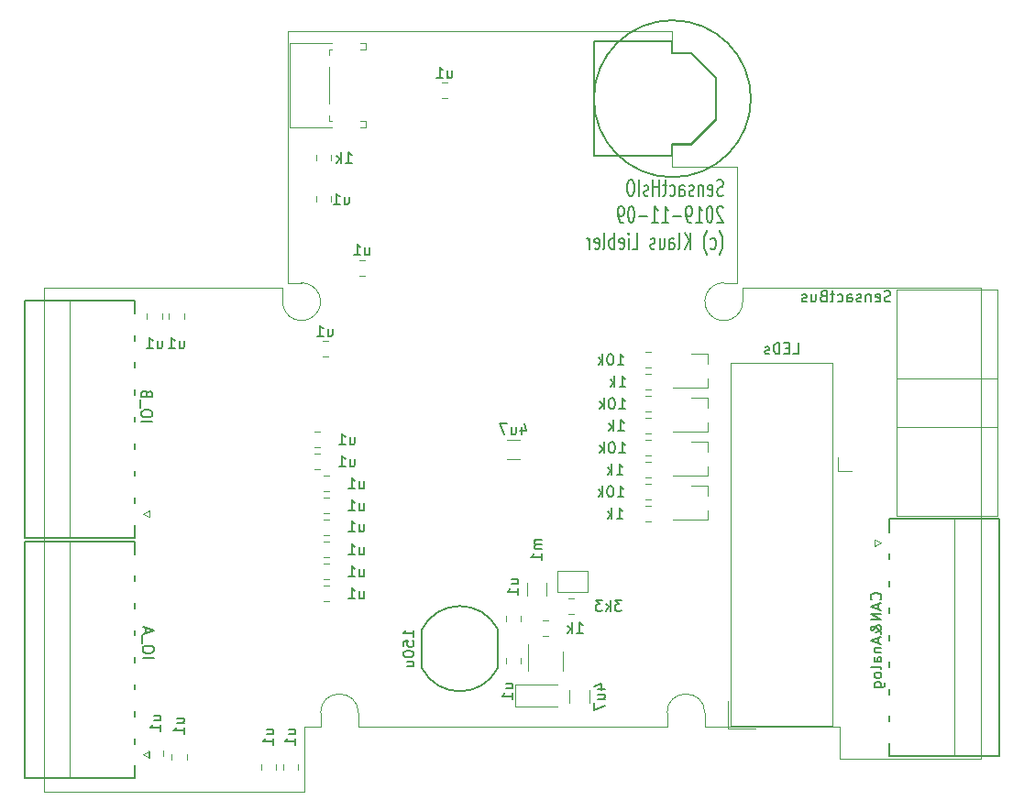
<source format=gbr>
%TF.GenerationSoftware,KiCad,Pcbnew,(5.1.2)-1*%
%TF.CreationDate,2019-11-09T14:12:44+01:00*%
%TF.ProjectId,sensactHsIO,73656e73-6163-4744-9873-494f2e6b6963,rev?*%
%TF.SameCoordinates,Original*%
%TF.FileFunction,Legend,Bot*%
%TF.FilePolarity,Positive*%
%FSLAX46Y46*%
G04 Gerber Fmt 4.6, Leading zero omitted, Abs format (unit mm)*
G04 Created by KiCad (PCBNEW (5.1.2)-1) date 2019-11-09 14:12:44*
%MOMM*%
%LPD*%
G04 APERTURE LIST*
%ADD10C,0.200000*%
%ADD11C,0.050000*%
%ADD12C,0.120000*%
%ADD13C,0.150000*%
G04 APERTURE END LIST*
D10*
X119429523Y-49157142D02*
X119286666Y-49228571D01*
X119048571Y-49228571D01*
X118953333Y-49157142D01*
X118905714Y-49085714D01*
X118858095Y-48942857D01*
X118858095Y-48800000D01*
X118905714Y-48657142D01*
X118953333Y-48585714D01*
X119048571Y-48514285D01*
X119239047Y-48442857D01*
X119334285Y-48371428D01*
X119381904Y-48300000D01*
X119429523Y-48157142D01*
X119429523Y-48014285D01*
X119381904Y-47871428D01*
X119334285Y-47800000D01*
X119239047Y-47728571D01*
X119000952Y-47728571D01*
X118858095Y-47800000D01*
X118048571Y-49157142D02*
X118143809Y-49228571D01*
X118334285Y-49228571D01*
X118429523Y-49157142D01*
X118477142Y-49014285D01*
X118477142Y-48442857D01*
X118429523Y-48300000D01*
X118334285Y-48228571D01*
X118143809Y-48228571D01*
X118048571Y-48300000D01*
X118000952Y-48442857D01*
X118000952Y-48585714D01*
X118477142Y-48728571D01*
X117572380Y-48228571D02*
X117572380Y-49228571D01*
X117572380Y-48371428D02*
X117524761Y-48300000D01*
X117429523Y-48228571D01*
X117286666Y-48228571D01*
X117191428Y-48300000D01*
X117143809Y-48442857D01*
X117143809Y-49228571D01*
X116715238Y-49157142D02*
X116620000Y-49228571D01*
X116429523Y-49228571D01*
X116334285Y-49157142D01*
X116286666Y-49014285D01*
X116286666Y-48942857D01*
X116334285Y-48800000D01*
X116429523Y-48728571D01*
X116572380Y-48728571D01*
X116667619Y-48657142D01*
X116715238Y-48514285D01*
X116715238Y-48442857D01*
X116667619Y-48300000D01*
X116572380Y-48228571D01*
X116429523Y-48228571D01*
X116334285Y-48300000D01*
X115429523Y-49228571D02*
X115429523Y-48442857D01*
X115477142Y-48300000D01*
X115572380Y-48228571D01*
X115762857Y-48228571D01*
X115858095Y-48300000D01*
X115429523Y-49157142D02*
X115524761Y-49228571D01*
X115762857Y-49228571D01*
X115858095Y-49157142D01*
X115905714Y-49014285D01*
X115905714Y-48871428D01*
X115858095Y-48728571D01*
X115762857Y-48657142D01*
X115524761Y-48657142D01*
X115429523Y-48585714D01*
X114524761Y-49157142D02*
X114620000Y-49228571D01*
X114810476Y-49228571D01*
X114905714Y-49157142D01*
X114953333Y-49085714D01*
X115000952Y-48942857D01*
X115000952Y-48514285D01*
X114953333Y-48371428D01*
X114905714Y-48300000D01*
X114810476Y-48228571D01*
X114620000Y-48228571D01*
X114524761Y-48300000D01*
X114239047Y-48228571D02*
X113858095Y-48228571D01*
X114096190Y-47728571D02*
X114096190Y-49014285D01*
X114048571Y-49157142D01*
X113953333Y-49228571D01*
X113858095Y-49228571D01*
X113524761Y-49228571D02*
X113524761Y-47728571D01*
X113524761Y-48442857D02*
X112953333Y-48442857D01*
X112953333Y-49228571D02*
X112953333Y-47728571D01*
X112524761Y-49157142D02*
X112429523Y-49228571D01*
X112239047Y-49228571D01*
X112143809Y-49157142D01*
X112096190Y-49014285D01*
X112096190Y-48942857D01*
X112143809Y-48800000D01*
X112239047Y-48728571D01*
X112381904Y-48728571D01*
X112477142Y-48657142D01*
X112524761Y-48514285D01*
X112524761Y-48442857D01*
X112477142Y-48300000D01*
X112381904Y-48228571D01*
X112239047Y-48228571D01*
X112143809Y-48300000D01*
X111667619Y-49228571D02*
X111667619Y-47728571D01*
X111000952Y-47728571D02*
X110810476Y-47728571D01*
X110715238Y-47800000D01*
X110620000Y-47942857D01*
X110572380Y-48228571D01*
X110572380Y-48728571D01*
X110620000Y-49014285D01*
X110715238Y-49157142D01*
X110810476Y-49228571D01*
X111000952Y-49228571D01*
X111096190Y-49157142D01*
X111191428Y-49014285D01*
X111239047Y-48728571D01*
X111239047Y-48228571D01*
X111191428Y-47942857D01*
X111096190Y-47800000D01*
X111000952Y-47728571D01*
X119429523Y-50321428D02*
X119381904Y-50250000D01*
X119286666Y-50178571D01*
X119048571Y-50178571D01*
X118953333Y-50250000D01*
X118905714Y-50321428D01*
X118858095Y-50464285D01*
X118858095Y-50607142D01*
X118905714Y-50821428D01*
X119477142Y-51678571D01*
X118858095Y-51678571D01*
X118239047Y-50178571D02*
X118143809Y-50178571D01*
X118048571Y-50250000D01*
X118000952Y-50321428D01*
X117953333Y-50464285D01*
X117905714Y-50750000D01*
X117905714Y-51107142D01*
X117953333Y-51392857D01*
X118000952Y-51535714D01*
X118048571Y-51607142D01*
X118143809Y-51678571D01*
X118239047Y-51678571D01*
X118334285Y-51607142D01*
X118381904Y-51535714D01*
X118429523Y-51392857D01*
X118477142Y-51107142D01*
X118477142Y-50750000D01*
X118429523Y-50464285D01*
X118381904Y-50321428D01*
X118334285Y-50250000D01*
X118239047Y-50178571D01*
X116953333Y-51678571D02*
X117524761Y-51678571D01*
X117239047Y-51678571D02*
X117239047Y-50178571D01*
X117334285Y-50392857D01*
X117429523Y-50535714D01*
X117524761Y-50607142D01*
X116477142Y-51678571D02*
X116286666Y-51678571D01*
X116191428Y-51607142D01*
X116143809Y-51535714D01*
X116048571Y-51321428D01*
X116000952Y-51035714D01*
X116000952Y-50464285D01*
X116048571Y-50321428D01*
X116096190Y-50250000D01*
X116191428Y-50178571D01*
X116381904Y-50178571D01*
X116477142Y-50250000D01*
X116524761Y-50321428D01*
X116572380Y-50464285D01*
X116572380Y-50821428D01*
X116524761Y-50964285D01*
X116477142Y-51035714D01*
X116381904Y-51107142D01*
X116191428Y-51107142D01*
X116096190Y-51035714D01*
X116048571Y-50964285D01*
X116000952Y-50821428D01*
X115572380Y-51107142D02*
X114810476Y-51107142D01*
X113810476Y-51678571D02*
X114381904Y-51678571D01*
X114096190Y-51678571D02*
X114096190Y-50178571D01*
X114191428Y-50392857D01*
X114286666Y-50535714D01*
X114381904Y-50607142D01*
X112858095Y-51678571D02*
X113429523Y-51678571D01*
X113143809Y-51678571D02*
X113143809Y-50178571D01*
X113239047Y-50392857D01*
X113334285Y-50535714D01*
X113429523Y-50607142D01*
X112429523Y-51107142D02*
X111667619Y-51107142D01*
X111000952Y-50178571D02*
X110905714Y-50178571D01*
X110810476Y-50250000D01*
X110762857Y-50321428D01*
X110715238Y-50464285D01*
X110667619Y-50750000D01*
X110667619Y-51107142D01*
X110715238Y-51392857D01*
X110762857Y-51535714D01*
X110810476Y-51607142D01*
X110905714Y-51678571D01*
X111000952Y-51678571D01*
X111096190Y-51607142D01*
X111143809Y-51535714D01*
X111191428Y-51392857D01*
X111239047Y-51107142D01*
X111239047Y-50750000D01*
X111191428Y-50464285D01*
X111143809Y-50321428D01*
X111096190Y-50250000D01*
X111000952Y-50178571D01*
X110191428Y-51678571D02*
X110000952Y-51678571D01*
X109905714Y-51607142D01*
X109858095Y-51535714D01*
X109762857Y-51321428D01*
X109715238Y-51035714D01*
X109715238Y-50464285D01*
X109762857Y-50321428D01*
X109810476Y-50250000D01*
X109905714Y-50178571D01*
X110096190Y-50178571D01*
X110191428Y-50250000D01*
X110239047Y-50321428D01*
X110286666Y-50464285D01*
X110286666Y-50821428D01*
X110239047Y-50964285D01*
X110191428Y-51035714D01*
X110096190Y-51107142D01*
X109905714Y-51107142D01*
X109810476Y-51035714D01*
X109762857Y-50964285D01*
X109715238Y-50821428D01*
X119096190Y-54700000D02*
X119143809Y-54628571D01*
X119239047Y-54414285D01*
X119286666Y-54271428D01*
X119334285Y-54057142D01*
X119381904Y-53700000D01*
X119381904Y-53414285D01*
X119334285Y-53057142D01*
X119286666Y-52842857D01*
X119239047Y-52700000D01*
X119143809Y-52485714D01*
X119096190Y-52414285D01*
X118286666Y-54057142D02*
X118381904Y-54128571D01*
X118572380Y-54128571D01*
X118667619Y-54057142D01*
X118715238Y-53985714D01*
X118762857Y-53842857D01*
X118762857Y-53414285D01*
X118715238Y-53271428D01*
X118667619Y-53200000D01*
X118572380Y-53128571D01*
X118381904Y-53128571D01*
X118286666Y-53200000D01*
X117953333Y-54700000D02*
X117905714Y-54628571D01*
X117810476Y-54414285D01*
X117762857Y-54271428D01*
X117715238Y-54057142D01*
X117667619Y-53700000D01*
X117667619Y-53414285D01*
X117715238Y-53057142D01*
X117762857Y-52842857D01*
X117810476Y-52700000D01*
X117905714Y-52485714D01*
X117953333Y-52414285D01*
X116429523Y-54128571D02*
X116429523Y-52628571D01*
X115858095Y-54128571D02*
X116286666Y-53271428D01*
X115858095Y-52628571D02*
X116429523Y-53485714D01*
X115286666Y-54128571D02*
X115381904Y-54057142D01*
X115429523Y-53914285D01*
X115429523Y-52628571D01*
X114477142Y-54128571D02*
X114477142Y-53342857D01*
X114524761Y-53200000D01*
X114620000Y-53128571D01*
X114810476Y-53128571D01*
X114905714Y-53200000D01*
X114477142Y-54057142D02*
X114572380Y-54128571D01*
X114810476Y-54128571D01*
X114905714Y-54057142D01*
X114953333Y-53914285D01*
X114953333Y-53771428D01*
X114905714Y-53628571D01*
X114810476Y-53557142D01*
X114572380Y-53557142D01*
X114477142Y-53485714D01*
X113572380Y-53128571D02*
X113572380Y-54128571D01*
X114000952Y-53128571D02*
X114000952Y-53914285D01*
X113953333Y-54057142D01*
X113858095Y-54128571D01*
X113715238Y-54128571D01*
X113620000Y-54057142D01*
X113572380Y-53985714D01*
X113143809Y-54057142D02*
X113048571Y-54128571D01*
X112858095Y-54128571D01*
X112762857Y-54057142D01*
X112715238Y-53914285D01*
X112715238Y-53842857D01*
X112762857Y-53700000D01*
X112858095Y-53628571D01*
X113000952Y-53628571D01*
X113096190Y-53557142D01*
X113143809Y-53414285D01*
X113143809Y-53342857D01*
X113096190Y-53200000D01*
X113000952Y-53128571D01*
X112858095Y-53128571D01*
X112762857Y-53200000D01*
X111048571Y-54128571D02*
X111524761Y-54128571D01*
X111524761Y-52628571D01*
X110715238Y-54128571D02*
X110715238Y-53128571D01*
X110715238Y-52628571D02*
X110762857Y-52700000D01*
X110715238Y-52771428D01*
X110667619Y-52700000D01*
X110715238Y-52628571D01*
X110715238Y-52771428D01*
X109858095Y-54057142D02*
X109953333Y-54128571D01*
X110143809Y-54128571D01*
X110239047Y-54057142D01*
X110286666Y-53914285D01*
X110286666Y-53342857D01*
X110239047Y-53200000D01*
X110143809Y-53128571D01*
X109953333Y-53128571D01*
X109858095Y-53200000D01*
X109810476Y-53342857D01*
X109810476Y-53485714D01*
X110286666Y-53628571D01*
X109381904Y-54128571D02*
X109381904Y-52628571D01*
X109381904Y-53200000D02*
X109286666Y-53128571D01*
X109096190Y-53128571D01*
X109000952Y-53200000D01*
X108953333Y-53271428D01*
X108905714Y-53414285D01*
X108905714Y-53842857D01*
X108953333Y-53985714D01*
X109000952Y-54057142D01*
X109096190Y-54128571D01*
X109286666Y-54128571D01*
X109381904Y-54057142D01*
X108334285Y-54128571D02*
X108429523Y-54057142D01*
X108477142Y-53914285D01*
X108477142Y-52628571D01*
X107572380Y-54057142D02*
X107667619Y-54128571D01*
X107858095Y-54128571D01*
X107953333Y-54057142D01*
X108000952Y-53914285D01*
X108000952Y-53342857D01*
X107953333Y-53200000D01*
X107858095Y-53128571D01*
X107667619Y-53128571D01*
X107572380Y-53200000D01*
X107524761Y-53342857D01*
X107524761Y-53485714D01*
X108000952Y-53628571D01*
X107096190Y-54128571D02*
X107096190Y-53128571D01*
X107096190Y-53414285D02*
X107048571Y-53271428D01*
X107000952Y-53200000D01*
X106905714Y-53128571D01*
X106810476Y-53128571D01*
D11*
X114750000Y-44500000D02*
X114750000Y-46500000D01*
X116500000Y-44500000D02*
X114750000Y-44500000D01*
X118750000Y-42250000D02*
X116500000Y-44500000D01*
X118750000Y-38250000D02*
X118750000Y-42250000D01*
X116500000Y-36000000D02*
X118750000Y-38250000D01*
X114750000Y-36000000D02*
X116500000Y-36000000D01*
X114750000Y-34000000D02*
X114750000Y-36000000D01*
X79250000Y-34000000D02*
X79250000Y-57250000D01*
X80750000Y-104250000D02*
X80750000Y-98250000D01*
X56750000Y-57750000D02*
X56750000Y-104250000D01*
X78750000Y-57750000D02*
X56750000Y-57750000D01*
X114750000Y-34000000D02*
X79250000Y-34000000D01*
X143250000Y-101250000D02*
X143250000Y-57750000D01*
X130250000Y-98250000D02*
X130250000Y-101250000D01*
X143250000Y-57750000D02*
X121250000Y-57750000D01*
X130250000Y-101250000D02*
X143250000Y-101250000D01*
X114250000Y-98250000D02*
X85750000Y-98250000D01*
X80750000Y-104250000D02*
X56750000Y-104250000D01*
X120750000Y-57250000D02*
X120750000Y-46500000D01*
X120750000Y-57250000D02*
X119500000Y-57250000D01*
X120750000Y-46500000D02*
X114750000Y-46500000D01*
X121250000Y-59000000D02*
G75*
G02X119500000Y-57250000I-1750000J0D01*
G01*
X117750000Y-97000000D02*
X117750000Y-98250000D01*
X82250000Y-98250000D02*
X80750000Y-98250000D01*
X82250000Y-97000000D02*
X82250000Y-98250000D01*
X82250000Y-97000000D02*
G75*
G02X85750000Y-97000000I1750000J0D01*
G01*
X85750000Y-97000000D02*
X85750000Y-98250000D01*
X78750000Y-57750000D02*
X78750000Y-59000000D01*
X114250000Y-97000000D02*
G75*
G02X117750000Y-97000000I1750000J0D01*
G01*
X80500000Y-57250000D02*
X79250000Y-57250000D01*
X80500000Y-57250000D02*
G75*
G02X78750000Y-59000000I0J-1750000D01*
G01*
X117750000Y-98250000D02*
X130250000Y-98250000D01*
X121250000Y-59000000D02*
X121250000Y-57750000D01*
X114250000Y-97000000D02*
X114250000Y-98250000D01*
D12*
X119916000Y-98437000D02*
X122456000Y-98437000D01*
X119916000Y-98437000D02*
X119916000Y-95897000D01*
X120166000Y-98187000D02*
X129516000Y-98187000D01*
X120166000Y-64627000D02*
X120166000Y-98187000D01*
X129516000Y-64627000D02*
X120166000Y-64627000D01*
X129516000Y-98187000D02*
X129516000Y-64627000D01*
X112260748Y-63679000D02*
X112783252Y-63679000D01*
X112260748Y-65099000D02*
X112783252Y-65099000D01*
X112792252Y-67131000D02*
X112269748Y-67131000D01*
X112792252Y-65711000D02*
X112269748Y-65711000D01*
X112269748Y-67743000D02*
X112792252Y-67743000D01*
X112269748Y-69163000D02*
X112792252Y-69163000D01*
X112792252Y-71195000D02*
X112269748Y-71195000D01*
X112792252Y-69775000D02*
X112269748Y-69775000D01*
X112269748Y-75871000D02*
X112792252Y-75871000D01*
X112269748Y-77291000D02*
X112792252Y-77291000D01*
X112792252Y-79323000D02*
X112269748Y-79323000D01*
X112792252Y-77903000D02*
X112269748Y-77903000D01*
X112269748Y-71807000D02*
X112792252Y-71807000D01*
X112269748Y-73227000D02*
X112792252Y-73227000D01*
X112792252Y-75259000D02*
X112269748Y-75259000D01*
X112792252Y-73839000D02*
X112269748Y-73839000D01*
X117981000Y-63825000D02*
X116521000Y-63825000D01*
X117981000Y-66985000D02*
X114821000Y-66985000D01*
X117981000Y-66985000D02*
X117981000Y-66055000D01*
X117981000Y-63825000D02*
X117981000Y-64755000D01*
X117981000Y-67889000D02*
X116521000Y-67889000D01*
X117981000Y-71049000D02*
X114821000Y-71049000D01*
X117981000Y-71049000D02*
X117981000Y-70119000D01*
X117981000Y-67889000D02*
X117981000Y-68819000D01*
X117981000Y-76017000D02*
X116521000Y-76017000D01*
X117981000Y-79177000D02*
X114821000Y-79177000D01*
X117981000Y-79177000D02*
X117981000Y-78247000D01*
X117981000Y-76017000D02*
X117981000Y-76947000D01*
X117981000Y-71953000D02*
X116521000Y-71953000D01*
X117981000Y-75113000D02*
X114821000Y-75113000D01*
X117981000Y-75113000D02*
X117981000Y-74183000D01*
X117981000Y-71953000D02*
X117981000Y-72883000D01*
X93464748Y-38787000D02*
X93987252Y-38787000D01*
X93464748Y-40207000D02*
X93987252Y-40207000D01*
D13*
X134817000Y-97280000D02*
X134817000Y-97780000D01*
X134817000Y-94780000D02*
X134817000Y-95280000D01*
X134817000Y-92280000D02*
X134817000Y-92780000D01*
X134817000Y-89780000D02*
X134817000Y-90280000D01*
X134817000Y-87280000D02*
X134817000Y-87780000D01*
X134817000Y-84780000D02*
X134817000Y-85280000D01*
X134817000Y-82280000D02*
X134817000Y-82780000D01*
X134817000Y-79080000D02*
X134817000Y-80280000D01*
X134817000Y-100980000D02*
X134817000Y-99780000D01*
X144917000Y-100980000D02*
X134817000Y-100980000D01*
X144917000Y-79080000D02*
X144917000Y-100980000D01*
X134817000Y-79080000D02*
X144917000Y-79080000D01*
D12*
X133417000Y-80980000D02*
X133417000Y-81580000D01*
X134017000Y-81280000D02*
X133417000Y-80980000D01*
X133417000Y-81580000D02*
X134017000Y-81280000D01*
X140817000Y-79080000D02*
X140817000Y-100980000D01*
X85844748Y-55170000D02*
X86367252Y-55170000D01*
X85844748Y-56590000D02*
X86367252Y-56590000D01*
X82424748Y-62663000D02*
X82947252Y-62663000D01*
X82424748Y-64083000D02*
X82947252Y-64083000D01*
X66219000Y-60586252D02*
X66219000Y-60063748D01*
X67639000Y-60586252D02*
X67639000Y-60063748D01*
X68251000Y-60586252D02*
X68251000Y-60063748D01*
X69671000Y-60586252D02*
X69671000Y-60063748D01*
X83065252Y-76529000D02*
X82542748Y-76529000D01*
X83065252Y-75109000D02*
X82542748Y-75109000D01*
X83065252Y-78561000D02*
X82542748Y-78561000D01*
X83065252Y-77141000D02*
X82542748Y-77141000D01*
X81653748Y-73077000D02*
X82176252Y-73077000D01*
X81653748Y-74497000D02*
X82176252Y-74497000D01*
X81653748Y-71045000D02*
X82176252Y-71045000D01*
X81653748Y-72465000D02*
X82176252Y-72465000D01*
D13*
X65081000Y-84838000D02*
X65081000Y-84338000D01*
X65081000Y-87338000D02*
X65081000Y-86838000D01*
X65081000Y-89838000D02*
X65081000Y-89338000D01*
X65081000Y-92338000D02*
X65081000Y-91838000D01*
X65081000Y-94838000D02*
X65081000Y-94338000D01*
X65081000Y-97338000D02*
X65081000Y-96838000D01*
X65081000Y-99838000D02*
X65081000Y-99338000D01*
X65081000Y-103038000D02*
X65081000Y-101838000D01*
X65081000Y-81138000D02*
X65081000Y-82338000D01*
X54981000Y-81138000D02*
X65081000Y-81138000D01*
X54981000Y-103038000D02*
X54981000Y-81138000D01*
X65081000Y-103038000D02*
X54981000Y-103038000D01*
D12*
X66481000Y-101138000D02*
X66481000Y-100538000D01*
X65881000Y-100838000D02*
X66481000Y-101138000D01*
X66481000Y-100538000D02*
X65881000Y-100838000D01*
X59081000Y-103038000D02*
X59081000Y-81138000D01*
X78792000Y-102242252D02*
X78792000Y-101719748D01*
X80212000Y-102242252D02*
X80212000Y-101719748D01*
X82542748Y-83237000D02*
X83065252Y-83237000D01*
X82542748Y-84657000D02*
X83065252Y-84657000D01*
X83065252Y-80593000D02*
X82542748Y-80593000D01*
X83065252Y-79173000D02*
X82542748Y-79173000D01*
X83065252Y-82625000D02*
X82542748Y-82625000D01*
X83065252Y-81205000D02*
X82542748Y-81205000D01*
X82542748Y-85269000D02*
X83065252Y-85269000D01*
X82542748Y-86689000D02*
X83065252Y-86689000D01*
D13*
X65081000Y-62613000D02*
X65081000Y-62113000D01*
X65081000Y-65113000D02*
X65081000Y-64613000D01*
X65081000Y-67613000D02*
X65081000Y-67113000D01*
X65081000Y-70113000D02*
X65081000Y-69613000D01*
X65081000Y-72613000D02*
X65081000Y-72113000D01*
X65081000Y-75113000D02*
X65081000Y-74613000D01*
X65081000Y-77613000D02*
X65081000Y-77113000D01*
X65081000Y-80813000D02*
X65081000Y-79613000D01*
X65081000Y-58913000D02*
X65081000Y-60113000D01*
X54981000Y-58913000D02*
X65081000Y-58913000D01*
X54981000Y-80813000D02*
X54981000Y-58913000D01*
X65081000Y-80813000D02*
X54981000Y-80813000D01*
D12*
X66481000Y-78913000D02*
X66481000Y-78313000D01*
X65881000Y-78613000D02*
X66481000Y-78913000D01*
X66481000Y-78313000D02*
X65881000Y-78613000D01*
X59081000Y-80813000D02*
X59081000Y-58913000D01*
X76760000Y-102242252D02*
X76760000Y-101719748D01*
X78180000Y-102242252D02*
X78180000Y-101719748D01*
X69925000Y-100830748D02*
X69925000Y-101353252D01*
X68505000Y-100830748D02*
X68505000Y-101353252D01*
X67766000Y-100440748D02*
X67766000Y-100963252D01*
X66346000Y-100440748D02*
X66346000Y-100963252D01*
X81840000Y-45981252D02*
X81840000Y-45458748D01*
X83260000Y-45981252D02*
X83260000Y-45458748D01*
D13*
X98622998Y-89259000D02*
G75*
G03X91623001Y-89259001I-3499998J-1800000D01*
G01*
X91623002Y-92859000D02*
G75*
G03X98622999Y-92858999I3499998J1800000D01*
G01*
X98623000Y-92859000D02*
X98623000Y-89259000D01*
X91623000Y-89259000D02*
X91623000Y-92859000D01*
D12*
X83062800Y-37299600D02*
X83062800Y-40699600D01*
X83062800Y-35659600D02*
X83062800Y-36199600D01*
X85892800Y-42859600D02*
X86402800Y-42859600D01*
X86402800Y-42339600D02*
X86402800Y-42859600D01*
X85892800Y-42339600D02*
X86402800Y-42339600D01*
X83062800Y-41799600D02*
X83062800Y-42339600D01*
X85892800Y-35139600D02*
X86402800Y-35139600D01*
X85892800Y-35659600D02*
X86402800Y-35659600D01*
X83062800Y-42339600D02*
X83292800Y-42339600D01*
X79392800Y-35139600D02*
X83292800Y-35139600D01*
X86402800Y-35139600D02*
X86402800Y-35659600D01*
X79392800Y-42859600D02*
X83292800Y-42859600D01*
X79392800Y-35139600D02*
X79392800Y-42859600D01*
X83062800Y-35659600D02*
X83292800Y-35659600D01*
X105262000Y-96106064D02*
X105262000Y-94901936D01*
X107082000Y-96106064D02*
X107082000Y-94901936D01*
X83260000Y-49268748D02*
X83260000Y-49791252D01*
X81840000Y-49268748D02*
X81840000Y-49791252D01*
X99473936Y-71734000D02*
X100678064Y-71734000D01*
X99473936Y-73554000D02*
X100678064Y-73554000D01*
X135448000Y-66076000D02*
X144798000Y-66076000D01*
X135448000Y-70576000D02*
X144798000Y-70576000D01*
X135448000Y-57896000D02*
X135448000Y-78756000D01*
X135448000Y-57896000D02*
X144798000Y-57896000D01*
X135448000Y-78756000D02*
X144798000Y-78756000D01*
X144798000Y-78756000D02*
X144798000Y-57896000D01*
X131318000Y-74676000D02*
X130048000Y-74676000D01*
X130048000Y-74676000D02*
X130048000Y-73406000D01*
X100239000Y-96377000D02*
X104139000Y-96377000D01*
X100239000Y-94377000D02*
X104139000Y-94377000D01*
X100239000Y-96377000D02*
X100239000Y-94377000D01*
X105148748Y-86412000D02*
X105671252Y-86412000D01*
X105148748Y-87832000D02*
X105671252Y-87832000D01*
X101387000Y-93102000D02*
X101387000Y-90652000D01*
X104607000Y-91302000D02*
X104607000Y-93102000D01*
D13*
X122000000Y-40250000D02*
G75*
G03X122000000Y-40250000I-7250000J0D01*
G01*
X116450000Y-36050000D02*
X114750000Y-36050000D01*
X118750000Y-38350000D02*
X116450000Y-36050000D01*
X116450000Y-44450000D02*
X114750000Y-44450000D01*
X118750000Y-42150000D02*
X116450000Y-44450000D01*
X118750000Y-40250000D02*
X118750000Y-42150000D01*
X118750000Y-40250000D02*
X118750000Y-38350000D01*
X114750000Y-34950000D02*
X114750000Y-36050000D01*
X114750000Y-45550000D02*
X114750000Y-44450000D01*
X107500000Y-45550000D02*
X114750000Y-45550000D01*
X107500000Y-40250000D02*
X107500000Y-45550000D01*
X107500000Y-34950000D02*
X114750000Y-34950000D01*
X107500000Y-40250000D02*
X107500000Y-34950000D01*
D12*
X103258252Y-89864000D02*
X102735748Y-89864000D01*
X103258252Y-88444000D02*
X102735748Y-88444000D01*
X106937000Y-83836000D02*
X104137000Y-83836000D01*
X104137000Y-83836000D02*
X104137000Y-85836000D01*
X104137000Y-85836000D02*
X106937000Y-85836000D01*
X106937000Y-85836000D02*
X106937000Y-83836000D01*
X100786000Y-88003748D02*
X100786000Y-88526252D01*
X99366000Y-88003748D02*
X99366000Y-88526252D01*
X103145000Y-84995936D02*
X103145000Y-86200064D01*
X101325000Y-84995936D02*
X101325000Y-86200064D01*
X99366000Y-92463252D02*
X99366000Y-91940748D01*
X100786000Y-92463252D02*
X100786000Y-91940748D01*
D13*
X125888619Y-63825380D02*
X126364809Y-63825380D01*
X126364809Y-62825380D01*
X125555285Y-63301571D02*
X125221952Y-63301571D01*
X125079095Y-63825380D02*
X125555285Y-63825380D01*
X125555285Y-62825380D01*
X125079095Y-62825380D01*
X124650523Y-63825380D02*
X124650523Y-62825380D01*
X124412428Y-62825380D01*
X124269571Y-62873000D01*
X124174333Y-62968238D01*
X124126714Y-63063476D01*
X124079095Y-63253952D01*
X124079095Y-63396809D01*
X124126714Y-63587285D01*
X124174333Y-63682523D01*
X124269571Y-63777761D01*
X124412428Y-63825380D01*
X124650523Y-63825380D01*
X123698142Y-63777761D02*
X123602904Y-63825380D01*
X123412428Y-63825380D01*
X123317190Y-63777761D01*
X123269571Y-63682523D01*
X123269571Y-63634904D01*
X123317190Y-63539666D01*
X123412428Y-63492047D01*
X123555285Y-63492047D01*
X123650523Y-63444428D01*
X123698142Y-63349190D01*
X123698142Y-63301571D01*
X123650523Y-63206333D01*
X123555285Y-63158714D01*
X123412428Y-63158714D01*
X123317190Y-63206333D01*
X109688238Y-64841380D02*
X110259666Y-64841380D01*
X109973952Y-64841380D02*
X109973952Y-63841380D01*
X110069190Y-63984238D01*
X110164428Y-64079476D01*
X110259666Y-64127095D01*
X109069190Y-63841380D02*
X108973952Y-63841380D01*
X108878714Y-63889000D01*
X108831095Y-63936619D01*
X108783476Y-64031857D01*
X108735857Y-64222333D01*
X108735857Y-64460428D01*
X108783476Y-64650904D01*
X108831095Y-64746142D01*
X108878714Y-64793761D01*
X108973952Y-64841380D01*
X109069190Y-64841380D01*
X109164428Y-64793761D01*
X109212047Y-64746142D01*
X109259666Y-64650904D01*
X109307285Y-64460428D01*
X109307285Y-64222333D01*
X109259666Y-64031857D01*
X109212047Y-63936619D01*
X109164428Y-63889000D01*
X109069190Y-63841380D01*
X108307285Y-64841380D02*
X108307285Y-63841380D01*
X108212047Y-64460428D02*
X107926333Y-64841380D01*
X107926333Y-64174714D02*
X108307285Y-64555666D01*
X109847047Y-66873380D02*
X110418476Y-66873380D01*
X110132761Y-66873380D02*
X110132761Y-65873380D01*
X110228000Y-66016238D01*
X110323238Y-66111476D01*
X110418476Y-66159095D01*
X109418476Y-66873380D02*
X109418476Y-65873380D01*
X109323238Y-66492428D02*
X109037523Y-66873380D01*
X109037523Y-66206714D02*
X109418476Y-66587666D01*
X109815238Y-68905380D02*
X110386666Y-68905380D01*
X110100952Y-68905380D02*
X110100952Y-67905380D01*
X110196190Y-68048238D01*
X110291428Y-68143476D01*
X110386666Y-68191095D01*
X109196190Y-67905380D02*
X109100952Y-67905380D01*
X109005714Y-67953000D01*
X108958095Y-68000619D01*
X108910476Y-68095857D01*
X108862857Y-68286333D01*
X108862857Y-68524428D01*
X108910476Y-68714904D01*
X108958095Y-68810142D01*
X109005714Y-68857761D01*
X109100952Y-68905380D01*
X109196190Y-68905380D01*
X109291428Y-68857761D01*
X109339047Y-68810142D01*
X109386666Y-68714904D01*
X109434285Y-68524428D01*
X109434285Y-68286333D01*
X109386666Y-68095857D01*
X109339047Y-68000619D01*
X109291428Y-67953000D01*
X109196190Y-67905380D01*
X108434285Y-68905380D02*
X108434285Y-67905380D01*
X108339047Y-68524428D02*
X108053333Y-68905380D01*
X108053333Y-68238714D02*
X108434285Y-68619666D01*
X109720047Y-70937380D02*
X110291476Y-70937380D01*
X110005761Y-70937380D02*
X110005761Y-69937380D01*
X110101000Y-70080238D01*
X110196238Y-70175476D01*
X110291476Y-70223095D01*
X109291476Y-70937380D02*
X109291476Y-69937380D01*
X109196238Y-70556428D02*
X108910523Y-70937380D01*
X108910523Y-70270714D02*
X109291476Y-70651666D01*
X109688238Y-77033380D02*
X110259666Y-77033380D01*
X109973952Y-77033380D02*
X109973952Y-76033380D01*
X110069190Y-76176238D01*
X110164428Y-76271476D01*
X110259666Y-76319095D01*
X109069190Y-76033380D02*
X108973952Y-76033380D01*
X108878714Y-76081000D01*
X108831095Y-76128619D01*
X108783476Y-76223857D01*
X108735857Y-76414333D01*
X108735857Y-76652428D01*
X108783476Y-76842904D01*
X108831095Y-76938142D01*
X108878714Y-76985761D01*
X108973952Y-77033380D01*
X109069190Y-77033380D01*
X109164428Y-76985761D01*
X109212047Y-76938142D01*
X109259666Y-76842904D01*
X109307285Y-76652428D01*
X109307285Y-76414333D01*
X109259666Y-76223857D01*
X109212047Y-76128619D01*
X109164428Y-76081000D01*
X109069190Y-76033380D01*
X108307285Y-77033380D02*
X108307285Y-76033380D01*
X108212047Y-76652428D02*
X107926333Y-77033380D01*
X107926333Y-76366714D02*
X108307285Y-76747666D01*
X109593047Y-79065380D02*
X110164476Y-79065380D01*
X109878761Y-79065380D02*
X109878761Y-78065380D01*
X109974000Y-78208238D01*
X110069238Y-78303476D01*
X110164476Y-78351095D01*
X109164476Y-79065380D02*
X109164476Y-78065380D01*
X109069238Y-78684428D02*
X108783523Y-79065380D01*
X108783523Y-78398714D02*
X109164476Y-78779666D01*
X109815238Y-72969380D02*
X110386666Y-72969380D01*
X110100952Y-72969380D02*
X110100952Y-71969380D01*
X110196190Y-72112238D01*
X110291428Y-72207476D01*
X110386666Y-72255095D01*
X109196190Y-71969380D02*
X109100952Y-71969380D01*
X109005714Y-72017000D01*
X108958095Y-72064619D01*
X108910476Y-72159857D01*
X108862857Y-72350333D01*
X108862857Y-72588428D01*
X108910476Y-72778904D01*
X108958095Y-72874142D01*
X109005714Y-72921761D01*
X109100952Y-72969380D01*
X109196190Y-72969380D01*
X109291428Y-72921761D01*
X109339047Y-72874142D01*
X109386666Y-72778904D01*
X109434285Y-72588428D01*
X109434285Y-72350333D01*
X109386666Y-72159857D01*
X109339047Y-72064619D01*
X109291428Y-72017000D01*
X109196190Y-71969380D01*
X108434285Y-72969380D02*
X108434285Y-71969380D01*
X108339047Y-72588428D02*
X108053333Y-72969380D01*
X108053333Y-72302714D02*
X108434285Y-72683666D01*
X109593047Y-75001380D02*
X110164476Y-75001380D01*
X109878761Y-75001380D02*
X109878761Y-74001380D01*
X109974000Y-74144238D01*
X110069238Y-74239476D01*
X110164476Y-74287095D01*
X109164476Y-75001380D02*
X109164476Y-74001380D01*
X109069238Y-74620428D02*
X108783523Y-75001380D01*
X108783523Y-74334714D02*
X109164476Y-74715666D01*
X93987904Y-37632714D02*
X93987904Y-38299380D01*
X94416476Y-37632714D02*
X94416476Y-38156523D01*
X94368857Y-38251761D01*
X94273619Y-38299380D01*
X94130761Y-38299380D01*
X94035523Y-38251761D01*
X93987904Y-38204142D01*
X92987904Y-38299380D02*
X93559333Y-38299380D01*
X93273619Y-38299380D02*
X93273619Y-37299380D01*
X93368857Y-37442238D01*
X93464095Y-37537476D01*
X93559333Y-37585095D01*
X133961142Y-86535095D02*
X134008761Y-86487476D01*
X134056380Y-86344619D01*
X134056380Y-86249380D01*
X134008761Y-86106523D01*
X133913523Y-86011285D01*
X133818285Y-85963666D01*
X133627809Y-85916047D01*
X133484952Y-85916047D01*
X133294476Y-85963666D01*
X133199238Y-86011285D01*
X133104000Y-86106523D01*
X133056380Y-86249380D01*
X133056380Y-86344619D01*
X133104000Y-86487476D01*
X133151619Y-86535095D01*
X133770666Y-86916047D02*
X133770666Y-87392238D01*
X134056380Y-86820809D02*
X133056380Y-87154142D01*
X134056380Y-87487476D01*
X134056380Y-87820809D02*
X133056380Y-87820809D01*
X134056380Y-88392238D01*
X133056380Y-88392238D01*
X134056380Y-89677952D02*
X134056380Y-89630333D01*
X134008761Y-89535095D01*
X133865904Y-89392238D01*
X133580190Y-89154142D01*
X133437333Y-89058904D01*
X133294476Y-89011285D01*
X133199238Y-89011285D01*
X133104000Y-89058904D01*
X133056380Y-89154142D01*
X133056380Y-89201761D01*
X133104000Y-89297000D01*
X133199238Y-89344619D01*
X133246857Y-89344619D01*
X133342095Y-89297000D01*
X133389714Y-89249380D01*
X133580190Y-88963666D01*
X133627809Y-88916047D01*
X133723047Y-88868428D01*
X133865904Y-88868428D01*
X133961142Y-88916047D01*
X134008761Y-88963666D01*
X134056380Y-89058904D01*
X134056380Y-89201761D01*
X134008761Y-89297000D01*
X133961142Y-89344619D01*
X133770666Y-89487476D01*
X133627809Y-89535095D01*
X133532571Y-89535095D01*
X133770666Y-90058904D02*
X133770666Y-90535095D01*
X134056380Y-89963666D02*
X133056380Y-90297000D01*
X134056380Y-90630333D01*
X133389714Y-90963666D02*
X134056380Y-90963666D01*
X133484952Y-90963666D02*
X133437333Y-91011285D01*
X133389714Y-91106523D01*
X133389714Y-91249380D01*
X133437333Y-91344619D01*
X133532571Y-91392238D01*
X134056380Y-91392238D01*
X134056380Y-92297000D02*
X133532571Y-92297000D01*
X133437333Y-92249380D01*
X133389714Y-92154142D01*
X133389714Y-91963666D01*
X133437333Y-91868428D01*
X134008761Y-92297000D02*
X134056380Y-92201761D01*
X134056380Y-91963666D01*
X134008761Y-91868428D01*
X133913523Y-91820809D01*
X133818285Y-91820809D01*
X133723047Y-91868428D01*
X133675428Y-91963666D01*
X133675428Y-92201761D01*
X133627809Y-92297000D01*
X134056380Y-92916047D02*
X134008761Y-92820809D01*
X133913523Y-92773190D01*
X133056380Y-92773190D01*
X134056380Y-93439857D02*
X134008761Y-93344619D01*
X133961142Y-93297000D01*
X133865904Y-93249380D01*
X133580190Y-93249380D01*
X133484952Y-93297000D01*
X133437333Y-93344619D01*
X133389714Y-93439857D01*
X133389714Y-93582714D01*
X133437333Y-93677952D01*
X133484952Y-93725571D01*
X133580190Y-93773190D01*
X133865904Y-93773190D01*
X133961142Y-93725571D01*
X134008761Y-93677952D01*
X134056380Y-93582714D01*
X134056380Y-93439857D01*
X133389714Y-94630333D02*
X134199238Y-94630333D01*
X134294476Y-94582714D01*
X134342095Y-94535095D01*
X134389714Y-94439857D01*
X134389714Y-94297000D01*
X134342095Y-94201761D01*
X134008761Y-94630333D02*
X134056380Y-94535095D01*
X134056380Y-94344619D01*
X134008761Y-94249380D01*
X133961142Y-94201761D01*
X133865904Y-94154142D01*
X133580190Y-94154142D01*
X133484952Y-94201761D01*
X133437333Y-94249380D01*
X133389714Y-94344619D01*
X133389714Y-94535095D01*
X133437333Y-94630333D01*
X86367904Y-54015714D02*
X86367904Y-54682380D01*
X86796476Y-54015714D02*
X86796476Y-54539523D01*
X86748857Y-54634761D01*
X86653619Y-54682380D01*
X86510761Y-54682380D01*
X86415523Y-54634761D01*
X86367904Y-54587142D01*
X85367904Y-54682380D02*
X85939333Y-54682380D01*
X85653619Y-54682380D02*
X85653619Y-53682380D01*
X85748857Y-53825238D01*
X85844095Y-53920476D01*
X85939333Y-53968095D01*
X82947904Y-61508714D02*
X82947904Y-62175380D01*
X83376476Y-61508714D02*
X83376476Y-62032523D01*
X83328857Y-62127761D01*
X83233619Y-62175380D01*
X83090761Y-62175380D01*
X82995523Y-62127761D01*
X82947904Y-62080142D01*
X81947904Y-62175380D02*
X82519333Y-62175380D01*
X82233619Y-62175380D02*
X82233619Y-61175380D01*
X82328857Y-61318238D01*
X82424095Y-61413476D01*
X82519333Y-61461095D01*
X67190904Y-62650714D02*
X67190904Y-63317380D01*
X67619476Y-62650714D02*
X67619476Y-63174523D01*
X67571857Y-63269761D01*
X67476619Y-63317380D01*
X67333761Y-63317380D01*
X67238523Y-63269761D01*
X67190904Y-63222142D01*
X66190904Y-63317380D02*
X66762333Y-63317380D01*
X66476619Y-63317380D02*
X66476619Y-62317380D01*
X66571857Y-62460238D01*
X66667095Y-62555476D01*
X66762333Y-62603095D01*
X69222904Y-62650714D02*
X69222904Y-63317380D01*
X69651476Y-62650714D02*
X69651476Y-63174523D01*
X69603857Y-63269761D01*
X69508619Y-63317380D01*
X69365761Y-63317380D01*
X69270523Y-63269761D01*
X69222904Y-63222142D01*
X68222904Y-63317380D02*
X68794333Y-63317380D01*
X68508619Y-63317380D02*
X68508619Y-62317380D01*
X68603857Y-62460238D01*
X68699095Y-62555476D01*
X68794333Y-62603095D01*
X85859904Y-75604714D02*
X85859904Y-76271380D01*
X86288476Y-75604714D02*
X86288476Y-76128523D01*
X86240857Y-76223761D01*
X86145619Y-76271380D01*
X86002761Y-76271380D01*
X85907523Y-76223761D01*
X85859904Y-76176142D01*
X84859904Y-76271380D02*
X85431333Y-76271380D01*
X85145619Y-76271380D02*
X85145619Y-75271380D01*
X85240857Y-75414238D01*
X85336095Y-75509476D01*
X85431333Y-75557095D01*
X85859904Y-77636714D02*
X85859904Y-78303380D01*
X86288476Y-77636714D02*
X86288476Y-78160523D01*
X86240857Y-78255761D01*
X86145619Y-78303380D01*
X86002761Y-78303380D01*
X85907523Y-78255761D01*
X85859904Y-78208142D01*
X84859904Y-78303380D02*
X85431333Y-78303380D01*
X85145619Y-78303380D02*
X85145619Y-77303380D01*
X85240857Y-77446238D01*
X85336095Y-77541476D01*
X85431333Y-77589095D01*
X84970904Y-73572714D02*
X84970904Y-74239380D01*
X85399476Y-73572714D02*
X85399476Y-74096523D01*
X85351857Y-74191761D01*
X85256619Y-74239380D01*
X85113761Y-74239380D01*
X85018523Y-74191761D01*
X84970904Y-74144142D01*
X83970904Y-74239380D02*
X84542333Y-74239380D01*
X84256619Y-74239380D02*
X84256619Y-73239380D01*
X84351857Y-73382238D01*
X84447095Y-73477476D01*
X84542333Y-73525095D01*
X84970904Y-71540714D02*
X84970904Y-72207380D01*
X85399476Y-71540714D02*
X85399476Y-72064523D01*
X85351857Y-72159761D01*
X85256619Y-72207380D01*
X85113761Y-72207380D01*
X85018523Y-72159761D01*
X84970904Y-72112142D01*
X83970904Y-72207380D02*
X84542333Y-72207380D01*
X84256619Y-72207380D02*
X84256619Y-71207380D01*
X84351857Y-71350238D01*
X84447095Y-71445476D01*
X84542333Y-71493095D01*
X65841619Y-91884333D02*
X66841619Y-91884333D01*
X66841619Y-91217666D02*
X66841619Y-91027190D01*
X66794000Y-90931952D01*
X66698761Y-90836714D01*
X66508285Y-90789095D01*
X66174952Y-90789095D01*
X65984476Y-90836714D01*
X65889238Y-90931952D01*
X65841619Y-91027190D01*
X65841619Y-91217666D01*
X65889238Y-91312904D01*
X65984476Y-91408142D01*
X66174952Y-91455761D01*
X66508285Y-91455761D01*
X66698761Y-91408142D01*
X66794000Y-91312904D01*
X66841619Y-91217666D01*
X65746380Y-90598619D02*
X65746380Y-89836714D01*
X66127333Y-89646238D02*
X66127333Y-89170047D01*
X65841619Y-89741476D02*
X66841619Y-89408142D01*
X65841619Y-89074809D01*
X79287714Y-98925095D02*
X79954380Y-98925095D01*
X79287714Y-98496523D02*
X79811523Y-98496523D01*
X79906761Y-98544142D01*
X79954380Y-98639380D01*
X79954380Y-98782238D01*
X79906761Y-98877476D01*
X79859142Y-98925095D01*
X79954380Y-99925095D02*
X79954380Y-99353666D01*
X79954380Y-99639380D02*
X78954380Y-99639380D01*
X79097238Y-99544142D01*
X79192476Y-99448904D01*
X79240095Y-99353666D01*
X85859904Y-83732714D02*
X85859904Y-84399380D01*
X86288476Y-83732714D02*
X86288476Y-84256523D01*
X86240857Y-84351761D01*
X86145619Y-84399380D01*
X86002761Y-84399380D01*
X85907523Y-84351761D01*
X85859904Y-84304142D01*
X84859904Y-84399380D02*
X85431333Y-84399380D01*
X85145619Y-84399380D02*
X85145619Y-83399380D01*
X85240857Y-83542238D01*
X85336095Y-83637476D01*
X85431333Y-83685095D01*
X85859904Y-79541714D02*
X85859904Y-80208380D01*
X86288476Y-79541714D02*
X86288476Y-80065523D01*
X86240857Y-80160761D01*
X86145619Y-80208380D01*
X86002761Y-80208380D01*
X85907523Y-80160761D01*
X85859904Y-80113142D01*
X84859904Y-80208380D02*
X85431333Y-80208380D01*
X85145619Y-80208380D02*
X85145619Y-79208380D01*
X85240857Y-79351238D01*
X85336095Y-79446476D01*
X85431333Y-79494095D01*
X85859904Y-81700714D02*
X85859904Y-82367380D01*
X86288476Y-81700714D02*
X86288476Y-82224523D01*
X86240857Y-82319761D01*
X86145619Y-82367380D01*
X86002761Y-82367380D01*
X85907523Y-82319761D01*
X85859904Y-82272142D01*
X84859904Y-82367380D02*
X85431333Y-82367380D01*
X85145619Y-82367380D02*
X85145619Y-81367380D01*
X85240857Y-81510238D01*
X85336095Y-81605476D01*
X85431333Y-81653095D01*
X85859904Y-85764714D02*
X85859904Y-86431380D01*
X86288476Y-85764714D02*
X86288476Y-86288523D01*
X86240857Y-86383761D01*
X86145619Y-86431380D01*
X86002761Y-86431380D01*
X85907523Y-86383761D01*
X85859904Y-86336142D01*
X84859904Y-86431380D02*
X85431333Y-86431380D01*
X85145619Y-86431380D02*
X85145619Y-85431380D01*
X85240857Y-85574238D01*
X85336095Y-85669476D01*
X85431333Y-85717095D01*
X65714619Y-70111761D02*
X66714619Y-70111761D01*
X66714619Y-69445095D02*
X66714619Y-69254619D01*
X66667000Y-69159380D01*
X66571761Y-69064142D01*
X66381285Y-69016523D01*
X66047952Y-69016523D01*
X65857476Y-69064142D01*
X65762238Y-69159380D01*
X65714619Y-69254619D01*
X65714619Y-69445095D01*
X65762238Y-69540333D01*
X65857476Y-69635571D01*
X66047952Y-69683190D01*
X66381285Y-69683190D01*
X66571761Y-69635571D01*
X66667000Y-69540333D01*
X66714619Y-69445095D01*
X65619380Y-68826047D02*
X65619380Y-68064142D01*
X66238428Y-67492714D02*
X66190809Y-67349857D01*
X66143190Y-67302238D01*
X66047952Y-67254619D01*
X65905095Y-67254619D01*
X65809857Y-67302238D01*
X65762238Y-67349857D01*
X65714619Y-67445095D01*
X65714619Y-67826047D01*
X66714619Y-67826047D01*
X66714619Y-67492714D01*
X66667000Y-67397476D01*
X66619380Y-67349857D01*
X66524142Y-67302238D01*
X66428904Y-67302238D01*
X66333666Y-67349857D01*
X66286047Y-67397476D01*
X66238428Y-67492714D01*
X66238428Y-67826047D01*
X77255714Y-98925095D02*
X77922380Y-98925095D01*
X77255714Y-98496523D02*
X77779523Y-98496523D01*
X77874761Y-98544142D01*
X77922380Y-98639380D01*
X77922380Y-98782238D01*
X77874761Y-98877476D01*
X77827142Y-98925095D01*
X77922380Y-99925095D02*
X77922380Y-99353666D01*
X77922380Y-99639380D02*
X76922380Y-99639380D01*
X77065238Y-99544142D01*
X77160476Y-99448904D01*
X77208095Y-99353666D01*
X69000714Y-97909095D02*
X69667380Y-97909095D01*
X69000714Y-97480523D02*
X69524523Y-97480523D01*
X69619761Y-97528142D01*
X69667380Y-97623380D01*
X69667380Y-97766238D01*
X69619761Y-97861476D01*
X69572142Y-97909095D01*
X69667380Y-98909095D02*
X69667380Y-98337666D01*
X69667380Y-98623380D02*
X68667380Y-98623380D01*
X68810238Y-98528142D01*
X68905476Y-98432904D01*
X68953095Y-98337666D01*
X66841714Y-97655095D02*
X67508380Y-97655095D01*
X66841714Y-97226523D02*
X67365523Y-97226523D01*
X67460761Y-97274142D01*
X67508380Y-97369380D01*
X67508380Y-97512238D01*
X67460761Y-97607476D01*
X67413142Y-97655095D01*
X67508380Y-98655095D02*
X67508380Y-98083666D01*
X67508380Y-98369380D02*
X66508380Y-98369380D01*
X66651238Y-98274142D01*
X66746476Y-98178904D01*
X66794095Y-98083666D01*
X84574047Y-46172380D02*
X85145476Y-46172380D01*
X84859761Y-46172380D02*
X84859761Y-45172380D01*
X84955000Y-45315238D01*
X85050238Y-45410476D01*
X85145476Y-45458095D01*
X84145476Y-46172380D02*
X84145476Y-45172380D01*
X84050238Y-45791428D02*
X83764523Y-46172380D01*
X83764523Y-45505714D02*
X84145476Y-45886666D01*
X90876380Y-89939952D02*
X90876380Y-89368523D01*
X90876380Y-89654238D02*
X89876380Y-89654238D01*
X90019238Y-89559000D01*
X90114476Y-89463761D01*
X90162095Y-89368523D01*
X89876380Y-90844714D02*
X89876380Y-90368523D01*
X90352571Y-90320904D01*
X90304952Y-90368523D01*
X90257333Y-90463761D01*
X90257333Y-90701857D01*
X90304952Y-90797095D01*
X90352571Y-90844714D01*
X90447809Y-90892333D01*
X90685904Y-90892333D01*
X90781142Y-90844714D01*
X90828761Y-90797095D01*
X90876380Y-90701857D01*
X90876380Y-90463761D01*
X90828761Y-90368523D01*
X90781142Y-90320904D01*
X89876380Y-91511380D02*
X89876380Y-91606619D01*
X89924000Y-91701857D01*
X89971619Y-91749476D01*
X90066857Y-91797095D01*
X90257333Y-91844714D01*
X90495428Y-91844714D01*
X90685904Y-91797095D01*
X90781142Y-91749476D01*
X90828761Y-91701857D01*
X90876380Y-91606619D01*
X90876380Y-91511380D01*
X90828761Y-91416142D01*
X90781142Y-91368523D01*
X90685904Y-91320904D01*
X90495428Y-91273285D01*
X90257333Y-91273285D01*
X90066857Y-91320904D01*
X89971619Y-91368523D01*
X89924000Y-91416142D01*
X89876380Y-91511380D01*
X90209714Y-92701857D02*
X90876380Y-92701857D01*
X90209714Y-92273285D02*
X90733523Y-92273285D01*
X90828761Y-92320904D01*
X90876380Y-92416142D01*
X90876380Y-92559000D01*
X90828761Y-92654238D01*
X90781142Y-92701857D01*
X107862714Y-94765904D02*
X108529380Y-94765904D01*
X107481761Y-94527809D02*
X108196047Y-94289714D01*
X108196047Y-94908761D01*
X107862714Y-95718285D02*
X108529380Y-95718285D01*
X107862714Y-95289714D02*
X108386523Y-95289714D01*
X108481761Y-95337333D01*
X108529380Y-95432571D01*
X108529380Y-95575428D01*
X108481761Y-95670666D01*
X108434142Y-95718285D01*
X107529380Y-96099238D02*
X107529380Y-96765904D01*
X108529380Y-96337333D01*
X84461904Y-49315714D02*
X84461904Y-49982380D01*
X84890476Y-49315714D02*
X84890476Y-49839523D01*
X84842857Y-49934761D01*
X84747619Y-49982380D01*
X84604761Y-49982380D01*
X84509523Y-49934761D01*
X84461904Y-49887142D01*
X83461904Y-49982380D02*
X84033333Y-49982380D01*
X83747619Y-49982380D02*
X83747619Y-48982380D01*
X83842857Y-49125238D01*
X83938095Y-49220476D01*
X84033333Y-49268095D01*
X100814095Y-70609714D02*
X100814095Y-71276380D01*
X101052190Y-70228761D02*
X101290285Y-70943047D01*
X100671238Y-70943047D01*
X99861714Y-70609714D02*
X99861714Y-71276380D01*
X100290285Y-70609714D02*
X100290285Y-71133523D01*
X100242666Y-71228761D01*
X100147428Y-71276380D01*
X100004571Y-71276380D01*
X99909333Y-71228761D01*
X99861714Y-71181142D01*
X99480761Y-70276380D02*
X98814095Y-70276380D01*
X99242666Y-71276380D01*
X134905238Y-58951761D02*
X134762380Y-58999380D01*
X134524285Y-58999380D01*
X134429047Y-58951761D01*
X134381428Y-58904142D01*
X134333809Y-58808904D01*
X134333809Y-58713666D01*
X134381428Y-58618428D01*
X134429047Y-58570809D01*
X134524285Y-58523190D01*
X134714761Y-58475571D01*
X134810000Y-58427952D01*
X134857619Y-58380333D01*
X134905238Y-58285095D01*
X134905238Y-58189857D01*
X134857619Y-58094619D01*
X134810000Y-58047000D01*
X134714761Y-57999380D01*
X134476666Y-57999380D01*
X134333809Y-58047000D01*
X133524285Y-58951761D02*
X133619523Y-58999380D01*
X133810000Y-58999380D01*
X133905238Y-58951761D01*
X133952857Y-58856523D01*
X133952857Y-58475571D01*
X133905238Y-58380333D01*
X133810000Y-58332714D01*
X133619523Y-58332714D01*
X133524285Y-58380333D01*
X133476666Y-58475571D01*
X133476666Y-58570809D01*
X133952857Y-58666047D01*
X133048095Y-58332714D02*
X133048095Y-58999380D01*
X133048095Y-58427952D02*
X133000476Y-58380333D01*
X132905238Y-58332714D01*
X132762380Y-58332714D01*
X132667142Y-58380333D01*
X132619523Y-58475571D01*
X132619523Y-58999380D01*
X132190952Y-58951761D02*
X132095714Y-58999380D01*
X131905238Y-58999380D01*
X131810000Y-58951761D01*
X131762380Y-58856523D01*
X131762380Y-58808904D01*
X131810000Y-58713666D01*
X131905238Y-58666047D01*
X132048095Y-58666047D01*
X132143333Y-58618428D01*
X132190952Y-58523190D01*
X132190952Y-58475571D01*
X132143333Y-58380333D01*
X132048095Y-58332714D01*
X131905238Y-58332714D01*
X131810000Y-58380333D01*
X130905238Y-58999380D02*
X130905238Y-58475571D01*
X130952857Y-58380333D01*
X131048095Y-58332714D01*
X131238571Y-58332714D01*
X131333809Y-58380333D01*
X130905238Y-58951761D02*
X131000476Y-58999380D01*
X131238571Y-58999380D01*
X131333809Y-58951761D01*
X131381428Y-58856523D01*
X131381428Y-58761285D01*
X131333809Y-58666047D01*
X131238571Y-58618428D01*
X131000476Y-58618428D01*
X130905238Y-58570809D01*
X130000476Y-58951761D02*
X130095714Y-58999380D01*
X130286190Y-58999380D01*
X130381428Y-58951761D01*
X130429047Y-58904142D01*
X130476666Y-58808904D01*
X130476666Y-58523190D01*
X130429047Y-58427952D01*
X130381428Y-58380333D01*
X130286190Y-58332714D01*
X130095714Y-58332714D01*
X130000476Y-58380333D01*
X129714761Y-58332714D02*
X129333809Y-58332714D01*
X129571904Y-57999380D02*
X129571904Y-58856523D01*
X129524285Y-58951761D01*
X129429047Y-58999380D01*
X129333809Y-58999380D01*
X128667142Y-58475571D02*
X128524285Y-58523190D01*
X128476666Y-58570809D01*
X128429047Y-58666047D01*
X128429047Y-58808904D01*
X128476666Y-58904142D01*
X128524285Y-58951761D01*
X128619523Y-58999380D01*
X129000476Y-58999380D01*
X129000476Y-57999380D01*
X128667142Y-57999380D01*
X128571904Y-58047000D01*
X128524285Y-58094619D01*
X128476666Y-58189857D01*
X128476666Y-58285095D01*
X128524285Y-58380333D01*
X128571904Y-58427952D01*
X128667142Y-58475571D01*
X129000476Y-58475571D01*
X127571904Y-58332714D02*
X127571904Y-58999380D01*
X128000476Y-58332714D02*
X128000476Y-58856523D01*
X127952857Y-58951761D01*
X127857619Y-58999380D01*
X127714761Y-58999380D01*
X127619523Y-58951761D01*
X127571904Y-58904142D01*
X127143333Y-58951761D02*
X127048095Y-58999380D01*
X126857619Y-58999380D01*
X126762380Y-58951761D01*
X126714761Y-58856523D01*
X126714761Y-58808904D01*
X126762380Y-58713666D01*
X126857619Y-58666047D01*
X127000476Y-58666047D01*
X127095714Y-58618428D01*
X127143333Y-58523190D01*
X127143333Y-58475571D01*
X127095714Y-58380333D01*
X127000476Y-58332714D01*
X126857619Y-58332714D01*
X126762380Y-58380333D01*
X110053285Y-86574380D02*
X109434238Y-86574380D01*
X109767571Y-86955333D01*
X109624714Y-86955333D01*
X109529476Y-87002952D01*
X109481857Y-87050571D01*
X109434238Y-87145809D01*
X109434238Y-87383904D01*
X109481857Y-87479142D01*
X109529476Y-87526761D01*
X109624714Y-87574380D01*
X109910428Y-87574380D01*
X110005666Y-87526761D01*
X110053285Y-87479142D01*
X109005666Y-87574380D02*
X109005666Y-86574380D01*
X108910428Y-87193428D02*
X108624714Y-87574380D01*
X108624714Y-86907714D02*
X109005666Y-87288666D01*
X108291380Y-86574380D02*
X107672333Y-86574380D01*
X108005666Y-86955333D01*
X107862809Y-86955333D01*
X107767571Y-87002952D01*
X107719952Y-87050571D01*
X107672333Y-87145809D01*
X107672333Y-87383904D01*
X107719952Y-87479142D01*
X107767571Y-87526761D01*
X107862809Y-87574380D01*
X108148523Y-87574380D01*
X108243761Y-87526761D01*
X108291380Y-87479142D01*
X105910047Y-89606380D02*
X106481476Y-89606380D01*
X106195761Y-89606380D02*
X106195761Y-88606380D01*
X106291000Y-88749238D01*
X106386238Y-88844476D01*
X106481476Y-88892095D01*
X105481476Y-89606380D02*
X105481476Y-88606380D01*
X105386238Y-89225428D02*
X105100523Y-89606380D01*
X105100523Y-88939714D02*
X105481476Y-89320666D01*
X99861714Y-85082095D02*
X100528380Y-85082095D01*
X99861714Y-84653523D02*
X100385523Y-84653523D01*
X100480761Y-84701142D01*
X100528380Y-84796380D01*
X100528380Y-84939238D01*
X100480761Y-85034476D01*
X100433142Y-85082095D01*
X100528380Y-86082095D02*
X100528380Y-85510666D01*
X100528380Y-85796380D02*
X99528380Y-85796380D01*
X99671238Y-85701142D01*
X99766476Y-85605904D01*
X99814095Y-85510666D01*
X102687380Y-81010238D02*
X102020714Y-81010238D01*
X102115952Y-81010238D02*
X102068333Y-81057857D01*
X102020714Y-81153095D01*
X102020714Y-81295952D01*
X102068333Y-81391190D01*
X102163571Y-81438809D01*
X102687380Y-81438809D01*
X102163571Y-81438809D02*
X102068333Y-81486428D01*
X102020714Y-81581666D01*
X102020714Y-81724523D01*
X102068333Y-81819761D01*
X102163571Y-81867380D01*
X102687380Y-81867380D01*
X102687380Y-82867380D02*
X102687380Y-82295952D01*
X102687380Y-82581666D02*
X101687380Y-82581666D01*
X101830238Y-82486428D01*
X101925476Y-82391190D01*
X101973095Y-82295952D01*
X99353714Y-94734095D02*
X100020380Y-94734095D01*
X99353714Y-94305523D02*
X99877523Y-94305523D01*
X99972761Y-94353142D01*
X100020380Y-94448380D01*
X100020380Y-94591238D01*
X99972761Y-94686476D01*
X99925142Y-94734095D01*
X100020380Y-95734095D02*
X100020380Y-95162666D01*
X100020380Y-95448380D02*
X99020380Y-95448380D01*
X99163238Y-95353142D01*
X99258476Y-95257904D01*
X99306095Y-95162666D01*
M02*

</source>
